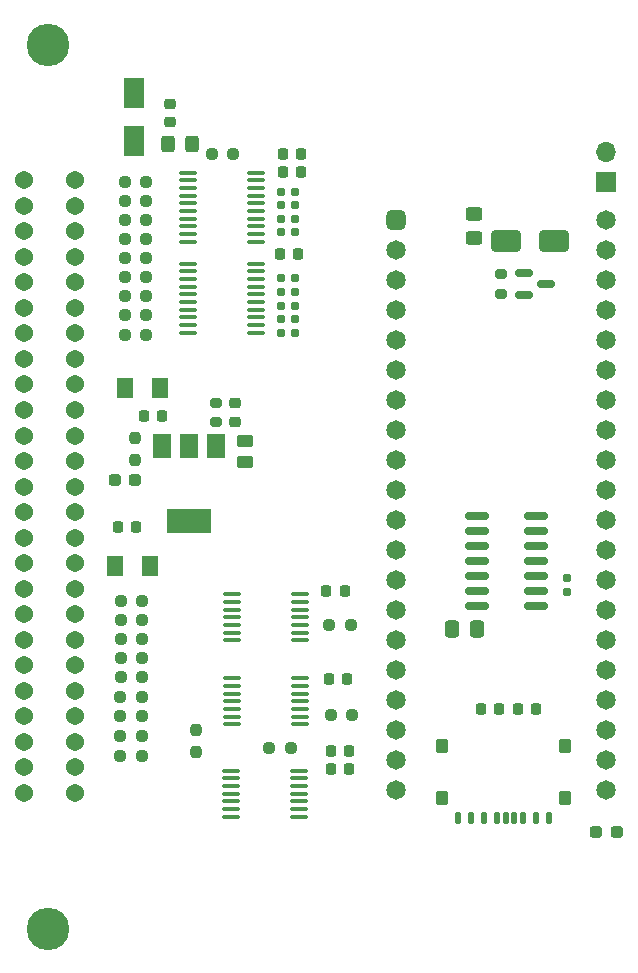
<source format=gbr>
%TF.GenerationSoftware,KiCad,Pcbnew,8.0.4-8.0.4-0~ubuntu22.04.1*%
%TF.CreationDate,2024-07-18T12:58:38-06:00*%
%TF.ProjectId,Centronics_50Pin,43656e74-726f-46e6-9963-735f35305069,1*%
%TF.SameCoordinates,Original*%
%TF.FileFunction,Soldermask,Top*%
%TF.FilePolarity,Negative*%
%FSLAX46Y46*%
G04 Gerber Fmt 4.6, Leading zero omitted, Abs format (unit mm)*
G04 Created by KiCad (PCBNEW 8.0.4-8.0.4-0~ubuntu22.04.1) date 2024-07-18 12:58:38*
%MOMM*%
%LPD*%
G01*
G04 APERTURE LIST*
G04 Aperture macros list*
%AMRoundRect*
0 Rectangle with rounded corners*
0 $1 Rounding radius*
0 $2 $3 $4 $5 $6 $7 $8 $9 X,Y pos of 4 corners*
0 Add a 4 corners polygon primitive as box body*
4,1,4,$2,$3,$4,$5,$6,$7,$8,$9,$2,$3,0*
0 Add four circle primitives for the rounded corners*
1,1,$1+$1,$2,$3*
1,1,$1+$1,$4,$5*
1,1,$1+$1,$6,$7*
1,1,$1+$1,$8,$9*
0 Add four rect primitives between the rounded corners*
20,1,$1+$1,$2,$3,$4,$5,0*
20,1,$1+$1,$4,$5,$6,$7,0*
20,1,$1+$1,$6,$7,$8,$9,0*
20,1,$1+$1,$8,$9,$2,$3,0*%
G04 Aperture macros list end*
%ADD10RoundRect,0.250001X0.462499X0.624999X-0.462499X0.624999X-0.462499X-0.624999X0.462499X-0.624999X0*%
%ADD11R,1.500000X2.000000*%
%ADD12R,3.800000X2.000000*%
%ADD13RoundRect,0.412500X-0.412500X-0.412500X0.412500X-0.412500X0.412500X0.412500X-0.412500X0.412500X0*%
%ADD14C,1.650000*%
%ADD15RoundRect,0.225000X0.225000X0.250000X-0.225000X0.250000X-0.225000X-0.250000X0.225000X-0.250000X0*%
%ADD16RoundRect,0.225000X-0.250000X0.225000X-0.250000X-0.225000X0.250000X-0.225000X0.250000X0.225000X0*%
%ADD17RoundRect,0.225000X-0.225000X-0.250000X0.225000X-0.250000X0.225000X0.250000X-0.225000X0.250000X0*%
%ADD18R,1.800000X2.500000*%
%ADD19RoundRect,0.160000X0.197500X0.160000X-0.197500X0.160000X-0.197500X-0.160000X0.197500X-0.160000X0*%
%ADD20RoundRect,0.237500X0.250000X0.237500X-0.250000X0.237500X-0.250000X-0.237500X0.250000X-0.237500X0*%
%ADD21RoundRect,0.237500X-0.287500X-0.237500X0.287500X-0.237500X0.287500X0.237500X-0.287500X0.237500X0*%
%ADD22RoundRect,0.250000X0.337500X0.475000X-0.337500X0.475000X-0.337500X-0.475000X0.337500X-0.475000X0*%
%ADD23RoundRect,0.237500X-0.237500X0.250000X-0.237500X-0.250000X0.237500X-0.250000X0.237500X0.250000X0*%
%ADD24RoundRect,0.250000X-1.000000X-0.650000X1.000000X-0.650000X1.000000X0.650000X-1.000000X0.650000X0*%
%ADD25RoundRect,0.200000X-0.275000X0.200000X-0.275000X-0.200000X0.275000X-0.200000X0.275000X0.200000X0*%
%ADD26RoundRect,0.100000X-0.637500X-0.100000X0.637500X-0.100000X0.637500X0.100000X-0.637500X0.100000X0*%
%ADD27R,1.700000X1.700000*%
%ADD28O,1.700000X1.700000*%
%ADD29RoundRect,0.150000X0.825000X0.150000X-0.825000X0.150000X-0.825000X-0.150000X0.825000X-0.150000X0*%
%ADD30RoundRect,0.160000X-0.160000X0.197500X-0.160000X-0.197500X0.160000X-0.197500X0.160000X0.197500X0*%
%ADD31RoundRect,0.125000X0.125000X0.415000X-0.125000X0.415000X-0.125000X-0.415000X0.125000X-0.415000X0*%
%ADD32RoundRect,0.262500X0.262500X0.337500X-0.262500X0.337500X-0.262500X-0.337500X0.262500X-0.337500X0*%
%ADD33RoundRect,0.150000X-0.587500X-0.150000X0.587500X-0.150000X0.587500X0.150000X-0.587500X0.150000X0*%
%ADD34RoundRect,0.250000X0.325000X0.450000X-0.325000X0.450000X-0.325000X-0.450000X0.325000X-0.450000X0*%
%ADD35RoundRect,0.237500X-0.250000X-0.237500X0.250000X-0.237500X0.250000X0.237500X-0.250000X0.237500X0*%
%ADD36C,3.600000*%
%ADD37C,1.540000*%
%ADD38RoundRect,0.250000X-0.450000X0.262500X-0.450000X-0.262500X0.450000X-0.262500X0.450000X0.262500X0*%
%ADD39RoundRect,0.250000X-0.450000X0.325000X-0.450000X-0.325000X0.450000X-0.325000X0.450000X0.325000X0*%
%ADD40RoundRect,0.225000X0.250000X-0.225000X0.250000X0.225000X-0.250000X0.225000X-0.250000X-0.225000X0*%
G04 APERTURE END LIST*
D10*
%TO.C,C3*%
X108997500Y-92640000D03*
X106022500Y-92640000D03*
%TD*%
%TO.C,C4*%
X108160000Y-107640000D03*
X105185000Y-107640000D03*
%TD*%
D11*
%TO.C,U3*%
X113769200Y-97536000D03*
X111469200Y-97536000D03*
D12*
X111469200Y-103836000D03*
D11*
X109169200Y-97536000D03*
%TD*%
D13*
%TO.C,RP1*%
X128987200Y-78406000D03*
D14*
X128987200Y-80946000D03*
X128987200Y-83486000D03*
X128987200Y-86026000D03*
X128987200Y-88566000D03*
X128987200Y-91106000D03*
X128987200Y-93646000D03*
X128987200Y-96186000D03*
X128987200Y-98726000D03*
X128987200Y-101266000D03*
X128987200Y-103806000D03*
X128987200Y-106346000D03*
X128987200Y-108886000D03*
X128987200Y-111426000D03*
X128987200Y-113966000D03*
X128987200Y-116506000D03*
X128987200Y-119046000D03*
X128987200Y-121586000D03*
X128987200Y-124126000D03*
X128987200Y-126666000D03*
X146767200Y-126666000D03*
X146767200Y-124126000D03*
X146767200Y-121586000D03*
X146767200Y-119046000D03*
X146767200Y-116506000D03*
X146767200Y-113966000D03*
X146767200Y-111426000D03*
X146767200Y-108886000D03*
X146767200Y-106346000D03*
X146767200Y-103806000D03*
X146767200Y-101266000D03*
X146767200Y-98726000D03*
X146767200Y-96186000D03*
X146767200Y-93646000D03*
X146767200Y-91106000D03*
X146767200Y-88566000D03*
X146767200Y-86026000D03*
X146767200Y-83486000D03*
X146767200Y-80946000D03*
X146767200Y-78406000D03*
%TD*%
D15*
%TO.C,C2*%
X109203980Y-94943880D03*
X107653980Y-94943880D03*
%TD*%
%TO.C,C5*%
X106980000Y-104350000D03*
X105430000Y-104350000D03*
%TD*%
D16*
%TO.C,C6*%
X109829600Y-68525200D03*
X109829600Y-70075200D03*
%TD*%
D17*
%TO.C,C12*%
X139295600Y-119763800D03*
X140845600Y-119763800D03*
%TD*%
D18*
%TO.C,D1*%
X106780000Y-71650000D03*
X106780000Y-67650000D03*
%TD*%
D19*
%TO.C,R42*%
X120410000Y-75980000D03*
X119215000Y-75980000D03*
%TD*%
D20*
%TO.C,R39*%
X107846500Y-80010000D03*
X106021500Y-80010000D03*
%TD*%
D19*
%TO.C,R16*%
X120460000Y-83320000D03*
X119265000Y-83320000D03*
%TD*%
D20*
%TO.C,R4*%
X107490900Y-113842800D03*
X105665900Y-113842800D03*
%TD*%
%TO.C,R33*%
X107848400Y-84836000D03*
X106023400Y-84836000D03*
%TD*%
D21*
%TO.C,D2*%
X145954400Y-130228600D03*
X147704400Y-130228600D03*
%TD*%
D20*
%TO.C,R36*%
X107846500Y-75133200D03*
X106021500Y-75133200D03*
%TD*%
D22*
%TO.C,C7*%
X135815900Y-113000800D03*
X133740900Y-113000800D03*
%TD*%
D23*
%TO.C,R56*%
X106863180Y-96876180D03*
X106863180Y-98701180D03*
%TD*%
D20*
%TO.C,R5*%
X107490900Y-115468400D03*
X105665900Y-115468400D03*
%TD*%
%TO.C,R35*%
X107848400Y-88087200D03*
X106023400Y-88087200D03*
%TD*%
D24*
%TO.C,D4*%
X138326000Y-80182800D03*
X142326000Y-80182800D03*
%TD*%
D20*
%TO.C,R1*%
X107848400Y-83210400D03*
X106023400Y-83210400D03*
%TD*%
D17*
%TO.C,C8*%
X119392500Y-74350000D03*
X120942500Y-74350000D03*
%TD*%
D20*
%TO.C,R38*%
X107846500Y-78384400D03*
X106021500Y-78384400D03*
%TD*%
D25*
%TO.C,R20*%
X113750000Y-93850000D03*
X113750000Y-95500000D03*
%TD*%
D19*
%TO.C,R17*%
X120410000Y-79383600D03*
X119215000Y-79383600D03*
%TD*%
D20*
%TO.C,R9*%
X107438200Y-118770400D03*
X105613200Y-118770400D03*
%TD*%
D19*
%TO.C,R13*%
X120472100Y-86774400D03*
X119277100Y-86774400D03*
%TD*%
D21*
%TO.C,D3*%
X105175380Y-100379480D03*
X106925380Y-100379480D03*
%TD*%
D20*
%TO.C,R40*%
X107846500Y-81584800D03*
X106021500Y-81584800D03*
%TD*%
D26*
%TO.C,U4*%
X111367500Y-74375000D03*
X111367500Y-75025000D03*
X111367500Y-75675000D03*
X111367500Y-76325000D03*
X111367500Y-76975000D03*
X111367500Y-77625000D03*
X111367500Y-78275000D03*
X111367500Y-78925000D03*
X111367500Y-79575000D03*
X111367500Y-80225000D03*
X117092500Y-80225000D03*
X117092500Y-79575000D03*
X117092500Y-78925000D03*
X117092500Y-78275000D03*
X117092500Y-77625000D03*
X117092500Y-76975000D03*
X117092500Y-76325000D03*
X117092500Y-75675000D03*
X117092500Y-75025000D03*
X117092500Y-74375000D03*
%TD*%
D19*
%TO.C,R18*%
X120410000Y-78266000D03*
X119215000Y-78266000D03*
%TD*%
D17*
%TO.C,C15*%
X123448300Y-123355200D03*
X124998300Y-123355200D03*
%TD*%
D15*
%TO.C,C14*%
X124871800Y-117201600D03*
X123321800Y-117201600D03*
%TD*%
D27*
%TO.C,J2*%
X146756000Y-75132800D03*
D28*
X146756000Y-72592800D03*
%TD*%
D29*
%TO.C,U8*%
X140823600Y-111070400D03*
X140823600Y-109800400D03*
X140823600Y-108530400D03*
X140823600Y-107260400D03*
X140823600Y-105990400D03*
X140823600Y-104720400D03*
X140823600Y-103450400D03*
X135873600Y-103450400D03*
X135873600Y-104720400D03*
X135873600Y-105990400D03*
X135873600Y-107260400D03*
X135873600Y-108530400D03*
X135873600Y-109800400D03*
X135873600Y-111070400D03*
%TD*%
D20*
%TO.C,R3*%
X107489000Y-112217200D03*
X105664000Y-112217200D03*
%TD*%
D19*
%TO.C,R15*%
X120446700Y-84513800D03*
X119251700Y-84513800D03*
%TD*%
D15*
%TO.C,C1*%
X137726000Y-119742800D03*
X136176000Y-119742800D03*
%TD*%
D20*
%TO.C,R7*%
X107440100Y-122072400D03*
X105615100Y-122072400D03*
%TD*%
%TO.C,R8*%
X107438200Y-120396000D03*
X105613200Y-120396000D03*
%TD*%
D30*
%TO.C,R30*%
X143465200Y-108717600D03*
X143465200Y-109912600D03*
%TD*%
D20*
%TO.C,R2*%
X107490900Y-110642400D03*
X105665900Y-110642400D03*
%TD*%
D31*
%TO.C,SD2*%
X141930400Y-128986800D03*
X140830400Y-128986800D03*
X139730400Y-128986800D03*
X138980400Y-128986800D03*
X138280400Y-128986800D03*
X137530400Y-128986800D03*
X136430400Y-128986800D03*
X135330400Y-128986800D03*
X134230400Y-128986800D03*
D32*
X143305400Y-127346800D03*
X143305400Y-122896800D03*
X132855400Y-127346800D03*
X132855400Y-122896800D03*
%TD*%
D19*
%TO.C,R12*%
X120458800Y-87968200D03*
X119263800Y-87968200D03*
%TD*%
%TO.C,R19*%
X120410000Y-77148400D03*
X119215000Y-77148400D03*
%TD*%
D17*
%TO.C,C10*%
X119380000Y-72790000D03*
X120930000Y-72790000D03*
%TD*%
D15*
%TO.C,C9*%
X124639300Y-109784800D03*
X123089300Y-109784800D03*
%TD*%
D20*
%TO.C,R10*%
X107489000Y-117094000D03*
X105664000Y-117094000D03*
%TD*%
%TO.C,R34*%
X107848400Y-86461600D03*
X106023400Y-86461600D03*
%TD*%
D33*
%TO.C,Q3*%
X139836000Y-82862800D03*
X139836000Y-84762800D03*
X141711000Y-83812800D03*
%TD*%
D26*
%TO.C,U7*%
X115087500Y-117182000D03*
X115087500Y-117832000D03*
X115087500Y-118482000D03*
X115087500Y-119132000D03*
X115087500Y-119782000D03*
X115087500Y-120432000D03*
X115087500Y-121082000D03*
X120812500Y-121082000D03*
X120812500Y-120432000D03*
X120812500Y-119782000D03*
X120812500Y-119132000D03*
X120812500Y-118482000D03*
X120812500Y-117832000D03*
X120812500Y-117182000D03*
%TD*%
D20*
%TO.C,R37*%
X107846500Y-76758800D03*
X106021500Y-76758800D03*
%TD*%
D34*
%TO.C,F2*%
X111725000Y-71930000D03*
X109675000Y-71930000D03*
%TD*%
D20*
%TO.C,R22*%
X125280000Y-120310000D03*
X123455000Y-120310000D03*
%TD*%
%TO.C,R23*%
X125142500Y-112670000D03*
X123317500Y-112670000D03*
%TD*%
D35*
%TO.C,R25*%
X113365000Y-72810000D03*
X115190000Y-72810000D03*
%TD*%
D26*
%TO.C,U5*%
X115087500Y-110070000D03*
X115087500Y-110720000D03*
X115087500Y-111370000D03*
X115087500Y-112020000D03*
X115087500Y-112670000D03*
X115087500Y-113320000D03*
X115087500Y-113970000D03*
X120812500Y-113970000D03*
X120812500Y-113320000D03*
X120812500Y-112670000D03*
X120812500Y-112020000D03*
X120812500Y-111370000D03*
X120812500Y-110720000D03*
X120812500Y-110070000D03*
%TD*%
D19*
%TO.C,R14*%
X120458800Y-85631400D03*
X119263800Y-85631400D03*
%TD*%
D26*
%TO.C,U9*%
X111367500Y-82065000D03*
X111367500Y-82715000D03*
X111367500Y-83365000D03*
X111367500Y-84015000D03*
X111367500Y-84665000D03*
X111367500Y-85315000D03*
X111367500Y-85965000D03*
X111367500Y-86615000D03*
X111367500Y-87265000D03*
X111367500Y-87915000D03*
X117092500Y-87915000D03*
X117092500Y-87265000D03*
X117092500Y-86615000D03*
X117092500Y-85965000D03*
X117092500Y-85315000D03*
X117092500Y-84665000D03*
X117092500Y-84015000D03*
X117092500Y-83365000D03*
X117092500Y-82715000D03*
X117092500Y-82065000D03*
%TD*%
D36*
%TO.C,U10*%
X99511800Y-138369400D03*
X99511800Y-63519400D03*
D37*
X101801800Y-75024400D03*
X101801800Y-77184400D03*
X101801800Y-79344400D03*
X101801800Y-81504400D03*
X101801800Y-83664400D03*
X101801800Y-85824400D03*
X101801800Y-87984400D03*
X101801800Y-90144400D03*
X101801800Y-92304400D03*
X101801800Y-94464400D03*
X101801800Y-96624400D03*
X101801800Y-98784400D03*
X101801800Y-100944400D03*
X101801800Y-103104400D03*
X101801800Y-105264400D03*
X101801800Y-107424400D03*
X101801800Y-109584400D03*
X101801800Y-111744400D03*
X101801800Y-113904400D03*
X101801800Y-116064400D03*
X101801800Y-118224400D03*
X101801800Y-120384400D03*
X101801800Y-122544400D03*
X101801800Y-124704400D03*
X101801800Y-126864400D03*
X97511800Y-75024400D03*
X97511800Y-77184400D03*
X97511800Y-79344400D03*
X97511800Y-81504400D03*
X97511800Y-83664400D03*
X97511800Y-85824400D03*
X97511800Y-87984400D03*
X97511800Y-90144400D03*
X97511800Y-92304400D03*
X97511800Y-94464400D03*
X97511800Y-96624400D03*
X97511800Y-98784400D03*
X97511800Y-100944400D03*
X97511800Y-103104400D03*
X97511800Y-105264400D03*
X97511800Y-107424400D03*
X97511800Y-109584400D03*
X97511800Y-111744400D03*
X97511800Y-113904400D03*
X97511800Y-116064400D03*
X97511800Y-118224400D03*
X97511800Y-120384400D03*
X97511800Y-122544400D03*
X97511800Y-124704400D03*
X97511800Y-126864400D03*
%TD*%
D26*
%TO.C,U6*%
X115036700Y-125005200D03*
X115036700Y-125655200D03*
X115036700Y-126305200D03*
X115036700Y-126955200D03*
X115036700Y-127605200D03*
X115036700Y-128255200D03*
X115036700Y-128905200D03*
X120761700Y-128905200D03*
X120761700Y-128255200D03*
X120761700Y-127605200D03*
X120761700Y-126955200D03*
X120761700Y-126305200D03*
X120761700Y-125655200D03*
X120761700Y-125005200D03*
%TD*%
D20*
%TO.C,R6*%
X107440100Y-123748800D03*
X105615100Y-123748800D03*
%TD*%
D17*
%TO.C,C11*%
X119130000Y-81250000D03*
X120680000Y-81250000D03*
%TD*%
D25*
%TO.C,R11*%
X137893500Y-82982800D03*
X137893500Y-84632800D03*
%TD*%
D15*
%TO.C,C13*%
X125010000Y-124880000D03*
X123460000Y-124880000D03*
%TD*%
D38*
%TO.C,R21*%
X116160000Y-97047500D03*
X116160000Y-98872500D03*
%TD*%
D35*
%TO.C,R29*%
X118256700Y-123043600D03*
X120081700Y-123043600D03*
%TD*%
D39*
%TO.C,F1*%
X135563500Y-77837800D03*
X135563500Y-79887800D03*
%TD*%
D40*
%TO.C,C16*%
X115360000Y-95445000D03*
X115360000Y-93895000D03*
%TD*%
D23*
%TO.C,R28*%
X112050000Y-121580000D03*
X112050000Y-123405000D03*
%TD*%
M02*

</source>
